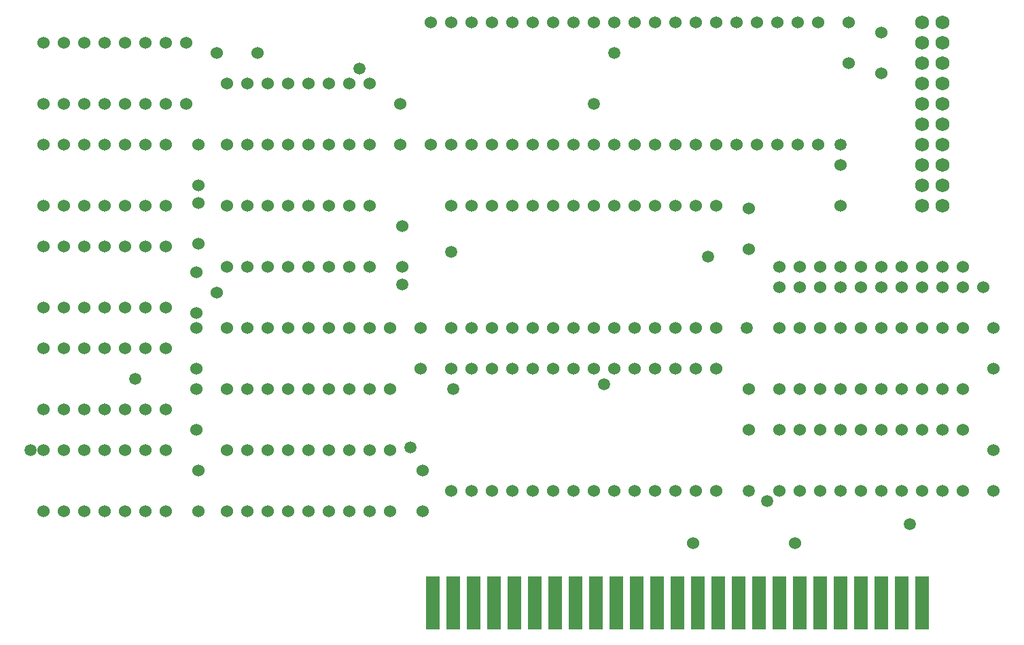
<source format=gbr>
G04 EAGLE Gerber RS-274X export*
G75*
%MOMM*%
%FSLAX34Y34*%
%LPD*%
%INSoldermask Bottom*%
%IPPOS*%
%AMOC8*
5,1,8,0,0,1.08239X$1,22.5*%
G01*
%ADD10R,1.727200X6.680200*%
%ADD11C,1.524000*%
%ADD12C,1.727200*%
%ADD13C,1.511200*%


D10*
X1130300Y44577D03*
X1104900Y44577D03*
X1079500Y44577D03*
X1054100Y44577D03*
X1028700Y44577D03*
X1003300Y44577D03*
X977900Y44577D03*
X952500Y44577D03*
X927100Y44577D03*
X901700Y44577D03*
X876300Y44577D03*
X850900Y44577D03*
X825500Y44577D03*
X800100Y44577D03*
X774700Y44577D03*
X749300Y44577D03*
X723900Y44577D03*
X698500Y44577D03*
X673100Y44577D03*
X647700Y44577D03*
X622300Y44577D03*
X596900Y44577D03*
X571500Y44577D03*
X546100Y44577D03*
X520700Y44577D03*
D11*
X228600Y565150D03*
X228600Y615950D03*
X1219200Y336550D03*
X1219200Y387350D03*
X1219200Y184150D03*
X1219200Y234950D03*
X228600Y158750D03*
X228600Y209550D03*
X479425Y615950D03*
X479425Y666750D03*
X482600Y463550D03*
X482600Y514350D03*
X504825Y336550D03*
X504825Y387350D03*
X508000Y158750D03*
X508000Y209550D03*
X914400Y536575D03*
X914400Y485775D03*
X914400Y260350D03*
X914400Y311150D03*
X1038225Y717550D03*
X1038225Y768350D03*
X1000125Y768350D03*
X974725Y768350D03*
X847725Y768350D03*
X822325Y768350D03*
X949325Y768350D03*
X923925Y768350D03*
X873125Y768350D03*
X898525Y768350D03*
X796925Y768350D03*
X771525Y768350D03*
X746125Y768350D03*
X720725Y768350D03*
X695325Y768350D03*
X669925Y768350D03*
X644525Y768350D03*
X619125Y768350D03*
X593725Y768350D03*
X568325Y768350D03*
X542925Y768350D03*
X517525Y768350D03*
X517525Y615950D03*
X542925Y615950D03*
X568325Y615950D03*
X593725Y615950D03*
X619125Y615950D03*
X644525Y615950D03*
X669925Y615950D03*
X695325Y615950D03*
X720725Y615950D03*
X746125Y615950D03*
X771525Y615950D03*
X796925Y615950D03*
X822325Y615950D03*
X847725Y615950D03*
X873125Y615950D03*
X898525Y615950D03*
X923925Y615950D03*
X949325Y615950D03*
X974725Y615950D03*
X1000125Y615950D03*
X441325Y692150D03*
X415925Y692150D03*
X288925Y692150D03*
X263525Y692150D03*
X390525Y692150D03*
X365125Y692150D03*
X314325Y692150D03*
X339725Y692150D03*
X263525Y615950D03*
X288925Y615950D03*
X314325Y615950D03*
X339725Y615950D03*
X365125Y615950D03*
X390525Y615950D03*
X415925Y615950D03*
X441325Y615950D03*
X1181100Y387350D03*
X1155700Y387350D03*
X1028700Y387350D03*
X1003300Y387350D03*
X1130300Y387350D03*
X1104900Y387350D03*
X1054100Y387350D03*
X1079500Y387350D03*
X977900Y387350D03*
X952500Y387350D03*
X952500Y311150D03*
X977900Y311150D03*
X1003300Y311150D03*
X1028700Y311150D03*
X1054100Y311150D03*
X1079500Y311150D03*
X1104900Y311150D03*
X1130300Y311150D03*
X1155700Y311150D03*
X1181100Y311150D03*
X1181100Y260350D03*
X1155700Y260350D03*
X1028700Y260350D03*
X1003300Y260350D03*
X1130300Y260350D03*
X1104900Y260350D03*
X1054100Y260350D03*
X1079500Y260350D03*
X977900Y260350D03*
X952500Y260350D03*
X952500Y184150D03*
X977900Y184150D03*
X1003300Y184150D03*
X1028700Y184150D03*
X1054100Y184150D03*
X1079500Y184150D03*
X1104900Y184150D03*
X1130300Y184150D03*
X1155700Y184150D03*
X1181100Y184150D03*
X263525Y311150D03*
X288925Y311150D03*
X415925Y311150D03*
X441325Y311150D03*
X314325Y311150D03*
X339725Y311150D03*
X390525Y311150D03*
X365125Y311150D03*
X466725Y311150D03*
X466725Y387350D03*
X441325Y387350D03*
X415925Y387350D03*
X390525Y387350D03*
X365125Y387350D03*
X339725Y387350D03*
X314325Y387350D03*
X288925Y387350D03*
X263525Y387350D03*
X263525Y158750D03*
X288925Y158750D03*
X415925Y158750D03*
X441325Y158750D03*
X314325Y158750D03*
X339725Y158750D03*
X390525Y158750D03*
X365125Y158750D03*
X466725Y158750D03*
X466725Y234950D03*
X441325Y234950D03*
X415925Y234950D03*
X390525Y234950D03*
X365125Y234950D03*
X339725Y234950D03*
X314325Y234950D03*
X288925Y234950D03*
X263525Y234950D03*
X873125Y336550D03*
X847725Y336550D03*
X720725Y336550D03*
X695325Y336550D03*
X822325Y336550D03*
X796925Y336550D03*
X746125Y336550D03*
X771525Y336550D03*
X669925Y336550D03*
X644525Y336550D03*
X619125Y336550D03*
X593725Y336550D03*
X568325Y336550D03*
X542925Y336550D03*
X542925Y184150D03*
X568325Y184150D03*
X593725Y184150D03*
X619125Y184150D03*
X644525Y184150D03*
X669925Y184150D03*
X695325Y184150D03*
X720725Y184150D03*
X746125Y184150D03*
X771525Y184150D03*
X796925Y184150D03*
X822325Y184150D03*
X847725Y184150D03*
X873125Y184150D03*
X873125Y539750D03*
X847725Y539750D03*
X720725Y539750D03*
X695325Y539750D03*
X822325Y539750D03*
X796925Y539750D03*
X746125Y539750D03*
X771525Y539750D03*
X669925Y539750D03*
X644525Y539750D03*
X619125Y539750D03*
X593725Y539750D03*
X568325Y539750D03*
X542925Y539750D03*
X542925Y387350D03*
X568325Y387350D03*
X593725Y387350D03*
X619125Y387350D03*
X644525Y387350D03*
X669925Y387350D03*
X695325Y387350D03*
X720725Y387350D03*
X746125Y387350D03*
X771525Y387350D03*
X796925Y387350D03*
X822325Y387350D03*
X847725Y387350D03*
X873125Y387350D03*
X187325Y234950D03*
X161925Y234950D03*
X34925Y234950D03*
X34925Y158750D03*
X136525Y234950D03*
X111125Y234950D03*
X60325Y234950D03*
X85725Y234950D03*
X60325Y158750D03*
X85725Y158750D03*
X111125Y158750D03*
X136525Y158750D03*
X161925Y158750D03*
X187325Y158750D03*
X187325Y361950D03*
X161925Y361950D03*
X34925Y361950D03*
X34925Y285750D03*
X136525Y361950D03*
X111125Y361950D03*
X60325Y361950D03*
X85725Y361950D03*
X60325Y285750D03*
X85725Y285750D03*
X111125Y285750D03*
X136525Y285750D03*
X161925Y285750D03*
X187325Y285750D03*
X187325Y615950D03*
X161925Y615950D03*
X34925Y615950D03*
X34925Y539750D03*
X136525Y615950D03*
X111125Y615950D03*
X60325Y615950D03*
X85725Y615950D03*
X60325Y539750D03*
X85725Y539750D03*
X111125Y539750D03*
X136525Y539750D03*
X161925Y539750D03*
X187325Y539750D03*
X187325Y488950D03*
X161925Y488950D03*
X34925Y488950D03*
X34925Y412750D03*
X136525Y488950D03*
X111125Y488950D03*
X60325Y488950D03*
X85725Y488950D03*
X60325Y412750D03*
X85725Y412750D03*
X111125Y412750D03*
X136525Y412750D03*
X161925Y412750D03*
X187325Y412750D03*
X212725Y742950D03*
X187325Y742950D03*
X60325Y742950D03*
X34925Y742950D03*
X161925Y742950D03*
X136525Y742950D03*
X85725Y742950D03*
X111125Y742950D03*
X34925Y666750D03*
X60325Y666750D03*
X85725Y666750D03*
X111125Y666750D03*
X136525Y666750D03*
X161925Y666750D03*
X187325Y666750D03*
X212725Y666750D03*
X441325Y539750D03*
X415925Y539750D03*
X288925Y539750D03*
X263525Y539750D03*
X390525Y539750D03*
X365125Y539750D03*
X314325Y539750D03*
X339725Y539750D03*
X263525Y463550D03*
X288925Y463550D03*
X314325Y463550D03*
X339725Y463550D03*
X365125Y463550D03*
X390525Y463550D03*
X415925Y463550D03*
X441325Y463550D03*
D12*
X1130300Y768350D03*
X1130300Y742950D03*
X1130300Y717550D03*
X1130300Y692150D03*
X1130300Y666750D03*
X1130300Y641350D03*
X1155700Y768350D03*
X1155700Y742950D03*
X1155700Y717550D03*
X1155700Y692150D03*
X1155700Y666750D03*
X1155700Y641350D03*
X1130300Y615950D03*
X1130300Y590550D03*
X1155700Y615950D03*
X1155700Y590550D03*
X1130300Y565150D03*
X1155700Y565150D03*
X1130300Y539750D03*
X1155700Y539750D03*
D11*
X250825Y730250D03*
X301625Y730250D03*
X1003300Y438150D03*
X1003300Y463550D03*
X1028700Y438150D03*
X1028700Y463550D03*
X1054100Y438150D03*
X1054100Y463550D03*
X1079500Y438150D03*
X1079500Y463550D03*
X1104900Y438150D03*
X1104900Y463550D03*
X1130300Y438150D03*
X1130300Y463550D03*
X1155700Y438150D03*
X1155700Y463550D03*
X1181100Y438150D03*
X1181100Y463550D03*
X228600Y492125D03*
X228600Y542925D03*
X225425Y336550D03*
X225425Y387350D03*
X225425Y311150D03*
X225425Y260350D03*
X1079500Y704850D03*
X1079500Y755650D03*
X1028700Y539750D03*
X1028700Y590550D03*
X844550Y119063D03*
X971550Y119063D03*
X952500Y438150D03*
X952500Y463550D03*
X977900Y438150D03*
X977900Y463550D03*
X1206500Y438150D03*
X1181100Y438150D03*
X1155700Y438150D03*
X1130300Y438150D03*
X1104900Y438150D03*
X1079500Y438150D03*
X1054100Y438150D03*
X1028700Y438150D03*
X1003300Y438150D03*
X977900Y438150D03*
X952500Y438150D03*
X225425Y406400D03*
X225425Y457200D03*
X250825Y431800D03*
D13*
X1028700Y615950D03*
X914400Y184150D03*
X746125Y730250D03*
X863600Y476250D03*
X482600Y441325D03*
X492125Y238125D03*
X911225Y387350D03*
X720725Y666750D03*
X936625Y171450D03*
X733425Y317500D03*
X546100Y311150D03*
X149225Y323850D03*
X19050Y234950D03*
X428625Y711200D03*
X542925Y482600D03*
X1114425Y142875D03*
M02*

</source>
